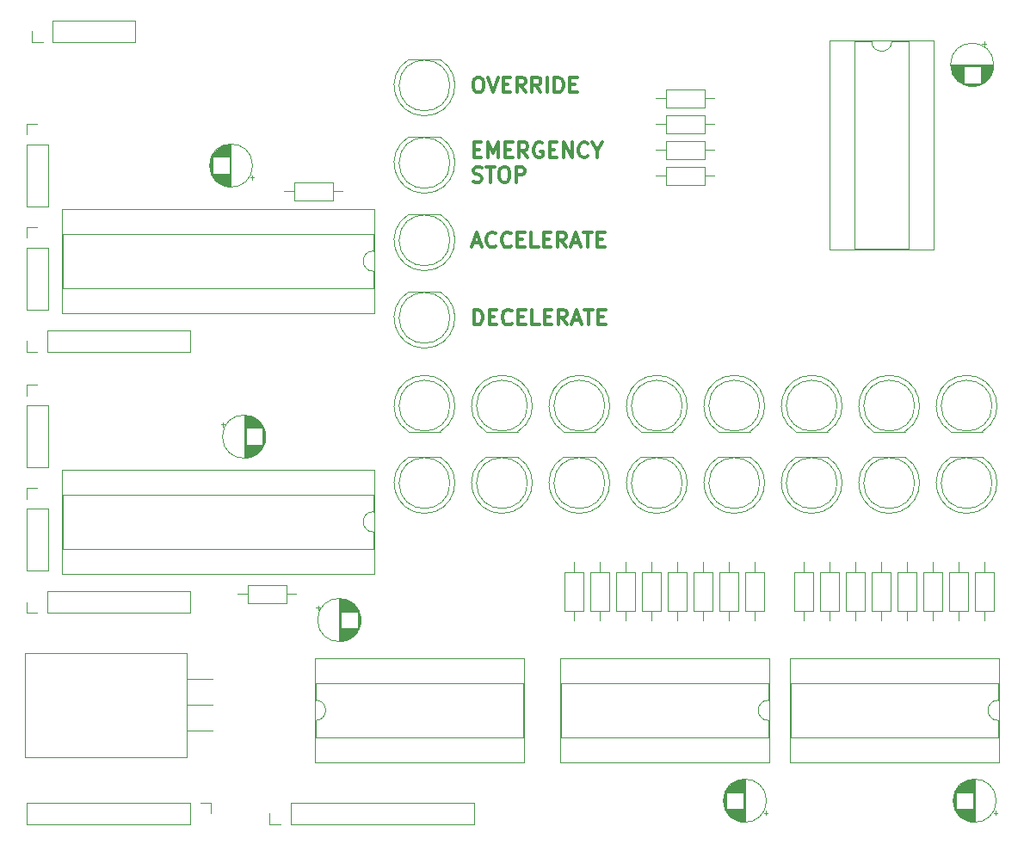
<source format=gto>
%TF.GenerationSoftware,KiCad,Pcbnew,7.0.8*%
%TF.CreationDate,2023-10-15T17:50:00-07:00*%
%TF.ProjectId,htpm_control_additional_info,6874706d-5f63-46f6-9e74-726f6c5f6164,1*%
%TF.SameCoordinates,Original*%
%TF.FileFunction,Legend,Top*%
%TF.FilePolarity,Positive*%
%FSLAX46Y46*%
G04 Gerber Fmt 4.6, Leading zero omitted, Abs format (unit mm)*
G04 Created by KiCad (PCBNEW 7.0.8) date 2023-10-15 17:50:00*
%MOMM*%
%LPD*%
G01*
G04 APERTURE LIST*
%ADD10C,0.300000*%
%ADD11C,0.120000*%
G04 APERTURE END LIST*
D10*
X138913082Y-72131757D02*
X139627368Y-72131757D01*
X138770225Y-72560328D02*
X139270225Y-71060328D01*
X139270225Y-71060328D02*
X139770225Y-72560328D01*
X141127367Y-72417471D02*
X141055939Y-72488900D01*
X141055939Y-72488900D02*
X140841653Y-72560328D01*
X140841653Y-72560328D02*
X140698796Y-72560328D01*
X140698796Y-72560328D02*
X140484510Y-72488900D01*
X140484510Y-72488900D02*
X140341653Y-72346042D01*
X140341653Y-72346042D02*
X140270224Y-72203185D01*
X140270224Y-72203185D02*
X140198796Y-71917471D01*
X140198796Y-71917471D02*
X140198796Y-71703185D01*
X140198796Y-71703185D02*
X140270224Y-71417471D01*
X140270224Y-71417471D02*
X140341653Y-71274614D01*
X140341653Y-71274614D02*
X140484510Y-71131757D01*
X140484510Y-71131757D02*
X140698796Y-71060328D01*
X140698796Y-71060328D02*
X140841653Y-71060328D01*
X140841653Y-71060328D02*
X141055939Y-71131757D01*
X141055939Y-71131757D02*
X141127367Y-71203185D01*
X142627367Y-72417471D02*
X142555939Y-72488900D01*
X142555939Y-72488900D02*
X142341653Y-72560328D01*
X142341653Y-72560328D02*
X142198796Y-72560328D01*
X142198796Y-72560328D02*
X141984510Y-72488900D01*
X141984510Y-72488900D02*
X141841653Y-72346042D01*
X141841653Y-72346042D02*
X141770224Y-72203185D01*
X141770224Y-72203185D02*
X141698796Y-71917471D01*
X141698796Y-71917471D02*
X141698796Y-71703185D01*
X141698796Y-71703185D02*
X141770224Y-71417471D01*
X141770224Y-71417471D02*
X141841653Y-71274614D01*
X141841653Y-71274614D02*
X141984510Y-71131757D01*
X141984510Y-71131757D02*
X142198796Y-71060328D01*
X142198796Y-71060328D02*
X142341653Y-71060328D01*
X142341653Y-71060328D02*
X142555939Y-71131757D01*
X142555939Y-71131757D02*
X142627367Y-71203185D01*
X143270224Y-71774614D02*
X143770224Y-71774614D01*
X143984510Y-72560328D02*
X143270224Y-72560328D01*
X143270224Y-72560328D02*
X143270224Y-71060328D01*
X143270224Y-71060328D02*
X143984510Y-71060328D01*
X145341653Y-72560328D02*
X144627367Y-72560328D01*
X144627367Y-72560328D02*
X144627367Y-71060328D01*
X145841653Y-71774614D02*
X146341653Y-71774614D01*
X146555939Y-72560328D02*
X145841653Y-72560328D01*
X145841653Y-72560328D02*
X145841653Y-71060328D01*
X145841653Y-71060328D02*
X146555939Y-71060328D01*
X148055939Y-72560328D02*
X147555939Y-71846042D01*
X147198796Y-72560328D02*
X147198796Y-71060328D01*
X147198796Y-71060328D02*
X147770225Y-71060328D01*
X147770225Y-71060328D02*
X147913082Y-71131757D01*
X147913082Y-71131757D02*
X147984511Y-71203185D01*
X147984511Y-71203185D02*
X148055939Y-71346042D01*
X148055939Y-71346042D02*
X148055939Y-71560328D01*
X148055939Y-71560328D02*
X147984511Y-71703185D01*
X147984511Y-71703185D02*
X147913082Y-71774614D01*
X147913082Y-71774614D02*
X147770225Y-71846042D01*
X147770225Y-71846042D02*
X147198796Y-71846042D01*
X148627368Y-72131757D02*
X149341654Y-72131757D01*
X148484511Y-72560328D02*
X148984511Y-71060328D01*
X148984511Y-71060328D02*
X149484511Y-72560328D01*
X149770225Y-71060328D02*
X150627368Y-71060328D01*
X150198796Y-72560328D02*
X150198796Y-71060328D01*
X151127367Y-71774614D02*
X151627367Y-71774614D01*
X151841653Y-72560328D02*
X151127367Y-72560328D01*
X151127367Y-72560328D02*
X151127367Y-71060328D01*
X151127367Y-71060328D02*
X151841653Y-71060328D01*
X138984510Y-80180328D02*
X138984510Y-78680328D01*
X138984510Y-78680328D02*
X139341653Y-78680328D01*
X139341653Y-78680328D02*
X139555939Y-78751757D01*
X139555939Y-78751757D02*
X139698796Y-78894614D01*
X139698796Y-78894614D02*
X139770225Y-79037471D01*
X139770225Y-79037471D02*
X139841653Y-79323185D01*
X139841653Y-79323185D02*
X139841653Y-79537471D01*
X139841653Y-79537471D02*
X139770225Y-79823185D01*
X139770225Y-79823185D02*
X139698796Y-79966042D01*
X139698796Y-79966042D02*
X139555939Y-80108900D01*
X139555939Y-80108900D02*
X139341653Y-80180328D01*
X139341653Y-80180328D02*
X138984510Y-80180328D01*
X140484510Y-79394614D02*
X140984510Y-79394614D01*
X141198796Y-80180328D02*
X140484510Y-80180328D01*
X140484510Y-80180328D02*
X140484510Y-78680328D01*
X140484510Y-78680328D02*
X141198796Y-78680328D01*
X142698796Y-80037471D02*
X142627368Y-80108900D01*
X142627368Y-80108900D02*
X142413082Y-80180328D01*
X142413082Y-80180328D02*
X142270225Y-80180328D01*
X142270225Y-80180328D02*
X142055939Y-80108900D01*
X142055939Y-80108900D02*
X141913082Y-79966042D01*
X141913082Y-79966042D02*
X141841653Y-79823185D01*
X141841653Y-79823185D02*
X141770225Y-79537471D01*
X141770225Y-79537471D02*
X141770225Y-79323185D01*
X141770225Y-79323185D02*
X141841653Y-79037471D01*
X141841653Y-79037471D02*
X141913082Y-78894614D01*
X141913082Y-78894614D02*
X142055939Y-78751757D01*
X142055939Y-78751757D02*
X142270225Y-78680328D01*
X142270225Y-78680328D02*
X142413082Y-78680328D01*
X142413082Y-78680328D02*
X142627368Y-78751757D01*
X142627368Y-78751757D02*
X142698796Y-78823185D01*
X143341653Y-79394614D02*
X143841653Y-79394614D01*
X144055939Y-80180328D02*
X143341653Y-80180328D01*
X143341653Y-80180328D02*
X143341653Y-78680328D01*
X143341653Y-78680328D02*
X144055939Y-78680328D01*
X145413082Y-80180328D02*
X144698796Y-80180328D01*
X144698796Y-80180328D02*
X144698796Y-78680328D01*
X145913082Y-79394614D02*
X146413082Y-79394614D01*
X146627368Y-80180328D02*
X145913082Y-80180328D01*
X145913082Y-80180328D02*
X145913082Y-78680328D01*
X145913082Y-78680328D02*
X146627368Y-78680328D01*
X148127368Y-80180328D02*
X147627368Y-79466042D01*
X147270225Y-80180328D02*
X147270225Y-78680328D01*
X147270225Y-78680328D02*
X147841654Y-78680328D01*
X147841654Y-78680328D02*
X147984511Y-78751757D01*
X147984511Y-78751757D02*
X148055940Y-78823185D01*
X148055940Y-78823185D02*
X148127368Y-78966042D01*
X148127368Y-78966042D02*
X148127368Y-79180328D01*
X148127368Y-79180328D02*
X148055940Y-79323185D01*
X148055940Y-79323185D02*
X147984511Y-79394614D01*
X147984511Y-79394614D02*
X147841654Y-79466042D01*
X147841654Y-79466042D02*
X147270225Y-79466042D01*
X148698797Y-79751757D02*
X149413083Y-79751757D01*
X148555940Y-80180328D02*
X149055940Y-78680328D01*
X149055940Y-78680328D02*
X149555940Y-80180328D01*
X149841654Y-78680328D02*
X150698797Y-78680328D01*
X150270225Y-80180328D02*
X150270225Y-78680328D01*
X151198796Y-79394614D02*
X151698796Y-79394614D01*
X151913082Y-80180328D02*
X151198796Y-80180328D01*
X151198796Y-80180328D02*
X151198796Y-78680328D01*
X151198796Y-78680328D02*
X151913082Y-78680328D01*
X138984510Y-62947114D02*
X139484510Y-62947114D01*
X139698796Y-63732828D02*
X138984510Y-63732828D01*
X138984510Y-63732828D02*
X138984510Y-62232828D01*
X138984510Y-62232828D02*
X139698796Y-62232828D01*
X140341653Y-63732828D02*
X140341653Y-62232828D01*
X140341653Y-62232828D02*
X140841653Y-63304257D01*
X140841653Y-63304257D02*
X141341653Y-62232828D01*
X141341653Y-62232828D02*
X141341653Y-63732828D01*
X142055939Y-62947114D02*
X142555939Y-62947114D01*
X142770225Y-63732828D02*
X142055939Y-63732828D01*
X142055939Y-63732828D02*
X142055939Y-62232828D01*
X142055939Y-62232828D02*
X142770225Y-62232828D01*
X144270225Y-63732828D02*
X143770225Y-63018542D01*
X143413082Y-63732828D02*
X143413082Y-62232828D01*
X143413082Y-62232828D02*
X143984511Y-62232828D01*
X143984511Y-62232828D02*
X144127368Y-62304257D01*
X144127368Y-62304257D02*
X144198797Y-62375685D01*
X144198797Y-62375685D02*
X144270225Y-62518542D01*
X144270225Y-62518542D02*
X144270225Y-62732828D01*
X144270225Y-62732828D02*
X144198797Y-62875685D01*
X144198797Y-62875685D02*
X144127368Y-62947114D01*
X144127368Y-62947114D02*
X143984511Y-63018542D01*
X143984511Y-63018542D02*
X143413082Y-63018542D01*
X145698797Y-62304257D02*
X145555940Y-62232828D01*
X145555940Y-62232828D02*
X145341654Y-62232828D01*
X145341654Y-62232828D02*
X145127368Y-62304257D01*
X145127368Y-62304257D02*
X144984511Y-62447114D01*
X144984511Y-62447114D02*
X144913082Y-62589971D01*
X144913082Y-62589971D02*
X144841654Y-62875685D01*
X144841654Y-62875685D02*
X144841654Y-63089971D01*
X144841654Y-63089971D02*
X144913082Y-63375685D01*
X144913082Y-63375685D02*
X144984511Y-63518542D01*
X144984511Y-63518542D02*
X145127368Y-63661400D01*
X145127368Y-63661400D02*
X145341654Y-63732828D01*
X145341654Y-63732828D02*
X145484511Y-63732828D01*
X145484511Y-63732828D02*
X145698797Y-63661400D01*
X145698797Y-63661400D02*
X145770225Y-63589971D01*
X145770225Y-63589971D02*
X145770225Y-63089971D01*
X145770225Y-63089971D02*
X145484511Y-63089971D01*
X146413082Y-62947114D02*
X146913082Y-62947114D01*
X147127368Y-63732828D02*
X146413082Y-63732828D01*
X146413082Y-63732828D02*
X146413082Y-62232828D01*
X146413082Y-62232828D02*
X147127368Y-62232828D01*
X147770225Y-63732828D02*
X147770225Y-62232828D01*
X147770225Y-62232828D02*
X148627368Y-63732828D01*
X148627368Y-63732828D02*
X148627368Y-62232828D01*
X150198797Y-63589971D02*
X150127369Y-63661400D01*
X150127369Y-63661400D02*
X149913083Y-63732828D01*
X149913083Y-63732828D02*
X149770226Y-63732828D01*
X149770226Y-63732828D02*
X149555940Y-63661400D01*
X149555940Y-63661400D02*
X149413083Y-63518542D01*
X149413083Y-63518542D02*
X149341654Y-63375685D01*
X149341654Y-63375685D02*
X149270226Y-63089971D01*
X149270226Y-63089971D02*
X149270226Y-62875685D01*
X149270226Y-62875685D02*
X149341654Y-62589971D01*
X149341654Y-62589971D02*
X149413083Y-62447114D01*
X149413083Y-62447114D02*
X149555940Y-62304257D01*
X149555940Y-62304257D02*
X149770226Y-62232828D01*
X149770226Y-62232828D02*
X149913083Y-62232828D01*
X149913083Y-62232828D02*
X150127369Y-62304257D01*
X150127369Y-62304257D02*
X150198797Y-62375685D01*
X151127369Y-63018542D02*
X151127369Y-63732828D01*
X150627369Y-62232828D02*
X151127369Y-63018542D01*
X151127369Y-63018542D02*
X151627369Y-62232828D01*
X138913082Y-66076400D02*
X139127368Y-66147828D01*
X139127368Y-66147828D02*
X139484510Y-66147828D01*
X139484510Y-66147828D02*
X139627368Y-66076400D01*
X139627368Y-66076400D02*
X139698796Y-66004971D01*
X139698796Y-66004971D02*
X139770225Y-65862114D01*
X139770225Y-65862114D02*
X139770225Y-65719257D01*
X139770225Y-65719257D02*
X139698796Y-65576400D01*
X139698796Y-65576400D02*
X139627368Y-65504971D01*
X139627368Y-65504971D02*
X139484510Y-65433542D01*
X139484510Y-65433542D02*
X139198796Y-65362114D01*
X139198796Y-65362114D02*
X139055939Y-65290685D01*
X139055939Y-65290685D02*
X138984510Y-65219257D01*
X138984510Y-65219257D02*
X138913082Y-65076400D01*
X138913082Y-65076400D02*
X138913082Y-64933542D01*
X138913082Y-64933542D02*
X138984510Y-64790685D01*
X138984510Y-64790685D02*
X139055939Y-64719257D01*
X139055939Y-64719257D02*
X139198796Y-64647828D01*
X139198796Y-64647828D02*
X139555939Y-64647828D01*
X139555939Y-64647828D02*
X139770225Y-64719257D01*
X140198796Y-64647828D02*
X141055939Y-64647828D01*
X140627367Y-66147828D02*
X140627367Y-64647828D01*
X141841653Y-64647828D02*
X142127367Y-64647828D01*
X142127367Y-64647828D02*
X142270224Y-64719257D01*
X142270224Y-64719257D02*
X142413081Y-64862114D01*
X142413081Y-64862114D02*
X142484510Y-65147828D01*
X142484510Y-65147828D02*
X142484510Y-65647828D01*
X142484510Y-65647828D02*
X142413081Y-65933542D01*
X142413081Y-65933542D02*
X142270224Y-66076400D01*
X142270224Y-66076400D02*
X142127367Y-66147828D01*
X142127367Y-66147828D02*
X141841653Y-66147828D01*
X141841653Y-66147828D02*
X141698796Y-66076400D01*
X141698796Y-66076400D02*
X141555938Y-65933542D01*
X141555938Y-65933542D02*
X141484510Y-65647828D01*
X141484510Y-65647828D02*
X141484510Y-65147828D01*
X141484510Y-65147828D02*
X141555938Y-64862114D01*
X141555938Y-64862114D02*
X141698796Y-64719257D01*
X141698796Y-64719257D02*
X141841653Y-64647828D01*
X143127367Y-66147828D02*
X143127367Y-64647828D01*
X143127367Y-64647828D02*
X143698796Y-64647828D01*
X143698796Y-64647828D02*
X143841653Y-64719257D01*
X143841653Y-64719257D02*
X143913082Y-64790685D01*
X143913082Y-64790685D02*
X143984510Y-64933542D01*
X143984510Y-64933542D02*
X143984510Y-65147828D01*
X143984510Y-65147828D02*
X143913082Y-65290685D01*
X143913082Y-65290685D02*
X143841653Y-65362114D01*
X143841653Y-65362114D02*
X143698796Y-65433542D01*
X143698796Y-65433542D02*
X143127367Y-65433542D01*
X139270225Y-55820328D02*
X139555939Y-55820328D01*
X139555939Y-55820328D02*
X139698796Y-55891757D01*
X139698796Y-55891757D02*
X139841653Y-56034614D01*
X139841653Y-56034614D02*
X139913082Y-56320328D01*
X139913082Y-56320328D02*
X139913082Y-56820328D01*
X139913082Y-56820328D02*
X139841653Y-57106042D01*
X139841653Y-57106042D02*
X139698796Y-57248900D01*
X139698796Y-57248900D02*
X139555939Y-57320328D01*
X139555939Y-57320328D02*
X139270225Y-57320328D01*
X139270225Y-57320328D02*
X139127368Y-57248900D01*
X139127368Y-57248900D02*
X138984510Y-57106042D01*
X138984510Y-57106042D02*
X138913082Y-56820328D01*
X138913082Y-56820328D02*
X138913082Y-56320328D01*
X138913082Y-56320328D02*
X138984510Y-56034614D01*
X138984510Y-56034614D02*
X139127368Y-55891757D01*
X139127368Y-55891757D02*
X139270225Y-55820328D01*
X140341654Y-55820328D02*
X140841654Y-57320328D01*
X140841654Y-57320328D02*
X141341654Y-55820328D01*
X141841653Y-56534614D02*
X142341653Y-56534614D01*
X142555939Y-57320328D02*
X141841653Y-57320328D01*
X141841653Y-57320328D02*
X141841653Y-55820328D01*
X141841653Y-55820328D02*
X142555939Y-55820328D01*
X144055939Y-57320328D02*
X143555939Y-56606042D01*
X143198796Y-57320328D02*
X143198796Y-55820328D01*
X143198796Y-55820328D02*
X143770225Y-55820328D01*
X143770225Y-55820328D02*
X143913082Y-55891757D01*
X143913082Y-55891757D02*
X143984511Y-55963185D01*
X143984511Y-55963185D02*
X144055939Y-56106042D01*
X144055939Y-56106042D02*
X144055939Y-56320328D01*
X144055939Y-56320328D02*
X143984511Y-56463185D01*
X143984511Y-56463185D02*
X143913082Y-56534614D01*
X143913082Y-56534614D02*
X143770225Y-56606042D01*
X143770225Y-56606042D02*
X143198796Y-56606042D01*
X145555939Y-57320328D02*
X145055939Y-56606042D01*
X144698796Y-57320328D02*
X144698796Y-55820328D01*
X144698796Y-55820328D02*
X145270225Y-55820328D01*
X145270225Y-55820328D02*
X145413082Y-55891757D01*
X145413082Y-55891757D02*
X145484511Y-55963185D01*
X145484511Y-55963185D02*
X145555939Y-56106042D01*
X145555939Y-56106042D02*
X145555939Y-56320328D01*
X145555939Y-56320328D02*
X145484511Y-56463185D01*
X145484511Y-56463185D02*
X145413082Y-56534614D01*
X145413082Y-56534614D02*
X145270225Y-56606042D01*
X145270225Y-56606042D02*
X144698796Y-56606042D01*
X146198796Y-57320328D02*
X146198796Y-55820328D01*
X146913082Y-57320328D02*
X146913082Y-55820328D01*
X146913082Y-55820328D02*
X147270225Y-55820328D01*
X147270225Y-55820328D02*
X147484511Y-55891757D01*
X147484511Y-55891757D02*
X147627368Y-56034614D01*
X147627368Y-56034614D02*
X147698797Y-56177471D01*
X147698797Y-56177471D02*
X147770225Y-56463185D01*
X147770225Y-56463185D02*
X147770225Y-56677471D01*
X147770225Y-56677471D02*
X147698797Y-56963185D01*
X147698797Y-56963185D02*
X147627368Y-57106042D01*
X147627368Y-57106042D02*
X147484511Y-57248900D01*
X147484511Y-57248900D02*
X147270225Y-57320328D01*
X147270225Y-57320328D02*
X146913082Y-57320328D01*
X148413082Y-56534614D02*
X148913082Y-56534614D01*
X149127368Y-57320328D02*
X148413082Y-57320328D01*
X148413082Y-57320328D02*
X148413082Y-55820328D01*
X148413082Y-55820328D02*
X149127368Y-55820328D01*
D11*
%TO.C,J3*%
X94952000Y-70568000D02*
X96012000Y-70568000D01*
X94952000Y-71628000D02*
X94952000Y-70568000D01*
X94952000Y-72628000D02*
X94952000Y-78688000D01*
X94952000Y-72628000D02*
X97072000Y-72628000D01*
X94952000Y-78688000D02*
X97072000Y-78688000D01*
X97072000Y-72628000D02*
X97072000Y-78688000D01*
%TO.C,D2*%
X135657000Y-61697000D02*
X132567000Y-61697000D01*
X134111538Y-67246999D02*
G75*
G03*
X135656830Y-61697001I462J2989999D01*
G01*
X132567170Y-61697000D02*
G75*
G03*
X134112462Y-67247000I1544830J-2560000D01*
G01*
X136612000Y-64257000D02*
G75*
G03*
X136612000Y-64257000I-2500000J0D01*
G01*
%TO.C,D13*%
X188997000Y-93198000D02*
X185907000Y-93198000D01*
X187451538Y-98747999D02*
G75*
G03*
X188996830Y-93198001I462J2989999D01*
G01*
X185907170Y-93198000D02*
G75*
G03*
X187452462Y-98748000I1544830J-2560000D01*
G01*
X189952000Y-95758000D02*
G75*
G03*
X189952000Y-95758000I-2500000J0D01*
G01*
%TO.C,R22*%
X121488000Y-106680000D02*
X120538000Y-106680000D01*
X120538000Y-107600000D02*
X120538000Y-105760000D01*
X120538000Y-105760000D02*
X116698000Y-105760000D01*
X116698000Y-107600000D02*
X120538000Y-107600000D01*
X116698000Y-105760000D02*
X116698000Y-107600000D01*
X115748000Y-106680000D02*
X116698000Y-106680000D01*
%TO.C,D17*%
X158517000Y-93198000D02*
X155427000Y-93198000D01*
X156971538Y-98747999D02*
G75*
G03*
X158516830Y-93198001I462J2989999D01*
G01*
X155427170Y-93198000D02*
G75*
G03*
X156972462Y-98748000I1544830J-2560000D01*
G01*
X159472000Y-95758000D02*
G75*
G03*
X159472000Y-95758000I-2500000J0D01*
G01*
%TO.C,D18*%
X150897000Y-93198000D02*
X147807000Y-93198000D01*
X149351538Y-98747999D02*
G75*
G03*
X150896830Y-93198001I462J2989999D01*
G01*
X147807170Y-93198000D02*
G75*
G03*
X149352462Y-98748000I1544830J-2560000D01*
G01*
X151852000Y-95758000D02*
G75*
G03*
X151852000Y-95758000I-2500000J0D01*
G01*
%TO.C,R8*%
X159004000Y-109296000D02*
X159004000Y-108346000D01*
X158084000Y-108346000D02*
X159924000Y-108346000D01*
X159924000Y-108346000D02*
X159924000Y-104506000D01*
X158084000Y-104506000D02*
X158084000Y-108346000D01*
X159924000Y-104506000D02*
X158084000Y-104506000D01*
X159004000Y-103556000D02*
X159004000Y-104506000D01*
%TO.C,C4*%
X189189000Y-52324199D02*
X189189000Y-52724199D01*
X189389000Y-52524199D02*
X188989000Y-52524199D01*
X190074000Y-54594000D02*
X185914000Y-54594000D01*
X190074000Y-54634000D02*
X185914000Y-54634000D01*
X190073000Y-54674000D02*
X185915000Y-54674000D01*
X190071000Y-54714000D02*
X185917000Y-54714000D01*
X190068000Y-54754000D02*
X185920000Y-54754000D01*
X190065000Y-54794000D02*
X188834000Y-54794000D01*
X187154000Y-54794000D02*
X185923000Y-54794000D01*
X190061000Y-54834000D02*
X188834000Y-54834000D01*
X187154000Y-54834000D02*
X185927000Y-54834000D01*
X190056000Y-54874000D02*
X188834000Y-54874000D01*
X187154000Y-54874000D02*
X185932000Y-54874000D01*
X190050000Y-54914000D02*
X188834000Y-54914000D01*
X187154000Y-54914000D02*
X185938000Y-54914000D01*
X190044000Y-54954000D02*
X188834000Y-54954000D01*
X187154000Y-54954000D02*
X185944000Y-54954000D01*
X190036000Y-54994000D02*
X188834000Y-54994000D01*
X187154000Y-54994000D02*
X185952000Y-54994000D01*
X190028000Y-55034000D02*
X188834000Y-55034000D01*
X187154000Y-55034000D02*
X185960000Y-55034000D01*
X190019000Y-55074000D02*
X188834000Y-55074000D01*
X187154000Y-55074000D02*
X185969000Y-55074000D01*
X190010000Y-55114000D02*
X188834000Y-55114000D01*
X187154000Y-55114000D02*
X185978000Y-55114000D01*
X189999000Y-55154000D02*
X188834000Y-55154000D01*
X187154000Y-55154000D02*
X185989000Y-55154000D01*
X189988000Y-55194000D02*
X188834000Y-55194000D01*
X187154000Y-55194000D02*
X186000000Y-55194000D01*
X189976000Y-55234000D02*
X188834000Y-55234000D01*
X187154000Y-55234000D02*
X186012000Y-55234000D01*
X189962000Y-55274000D02*
X188834000Y-55274000D01*
X187154000Y-55274000D02*
X186026000Y-55274000D01*
X189948000Y-55315000D02*
X188834000Y-55315000D01*
X187154000Y-55315000D02*
X186040000Y-55315000D01*
X189934000Y-55355000D02*
X188834000Y-55355000D01*
X187154000Y-55355000D02*
X186054000Y-55355000D01*
X189918000Y-55395000D02*
X188834000Y-55395000D01*
X187154000Y-55395000D02*
X186070000Y-55395000D01*
X189901000Y-55435000D02*
X188834000Y-55435000D01*
X187154000Y-55435000D02*
X186087000Y-55435000D01*
X189883000Y-55475000D02*
X188834000Y-55475000D01*
X187154000Y-55475000D02*
X186105000Y-55475000D01*
X189864000Y-55515000D02*
X188834000Y-55515000D01*
X187154000Y-55515000D02*
X186124000Y-55515000D01*
X189845000Y-55555000D02*
X188834000Y-55555000D01*
X187154000Y-55555000D02*
X186143000Y-55555000D01*
X189824000Y-55595000D02*
X188834000Y-55595000D01*
X187154000Y-55595000D02*
X186164000Y-55595000D01*
X189802000Y-55635000D02*
X188834000Y-55635000D01*
X187154000Y-55635000D02*
X186186000Y-55635000D01*
X189779000Y-55675000D02*
X188834000Y-55675000D01*
X187154000Y-55675000D02*
X186209000Y-55675000D01*
X189754000Y-55715000D02*
X188834000Y-55715000D01*
X187154000Y-55715000D02*
X186234000Y-55715000D01*
X189729000Y-55755000D02*
X188834000Y-55755000D01*
X187154000Y-55755000D02*
X186259000Y-55755000D01*
X189702000Y-55795000D02*
X188834000Y-55795000D01*
X187154000Y-55795000D02*
X186286000Y-55795000D01*
X189674000Y-55835000D02*
X188834000Y-55835000D01*
X187154000Y-55835000D02*
X186314000Y-55835000D01*
X189644000Y-55875000D02*
X188834000Y-55875000D01*
X187154000Y-55875000D02*
X186344000Y-55875000D01*
X189613000Y-55915000D02*
X188834000Y-55915000D01*
X187154000Y-55915000D02*
X186375000Y-55915000D01*
X189581000Y-55955000D02*
X188834000Y-55955000D01*
X187154000Y-55955000D02*
X186407000Y-55955000D01*
X189546000Y-55995000D02*
X188834000Y-55995000D01*
X187154000Y-55995000D02*
X186442000Y-55995000D01*
X189510000Y-56035000D02*
X188834000Y-56035000D01*
X187154000Y-56035000D02*
X186478000Y-56035000D01*
X189472000Y-56075000D02*
X188834000Y-56075000D01*
X187154000Y-56075000D02*
X186516000Y-56075000D01*
X189432000Y-56115000D02*
X188834000Y-56115000D01*
X187154000Y-56115000D02*
X186556000Y-56115000D01*
X189390000Y-56155000D02*
X188834000Y-56155000D01*
X187154000Y-56155000D02*
X186598000Y-56155000D01*
X189345000Y-56195000D02*
X188834000Y-56195000D01*
X187154000Y-56195000D02*
X186643000Y-56195000D01*
X189298000Y-56235000D02*
X188834000Y-56235000D01*
X187154000Y-56235000D02*
X186690000Y-56235000D01*
X189248000Y-56275000D02*
X188834000Y-56275000D01*
X187154000Y-56275000D02*
X186740000Y-56275000D01*
X189194000Y-56315000D02*
X188834000Y-56315000D01*
X187154000Y-56315000D02*
X186794000Y-56315000D01*
X189136000Y-56355000D02*
X188834000Y-56355000D01*
X187154000Y-56355000D02*
X186852000Y-56355000D01*
X189074000Y-56395000D02*
X188834000Y-56395000D01*
X187154000Y-56395000D02*
X186914000Y-56395000D01*
X189007000Y-56435000D02*
X186981000Y-56435000D01*
X188934000Y-56475000D02*
X187054000Y-56475000D01*
X188853000Y-56515000D02*
X187135000Y-56515000D01*
X188762000Y-56555000D02*
X187226000Y-56555000D01*
X188658000Y-56595000D02*
X187330000Y-56595000D01*
X188531000Y-56635000D02*
X187457000Y-56635000D01*
X188364000Y-56675000D02*
X187624000Y-56675000D01*
X190114000Y-54594000D02*
G75*
G03*
X190114000Y-54594000I-2120000J0D01*
G01*
%TO.C,R13*%
X189230000Y-109296000D02*
X189230000Y-108346000D01*
X188310000Y-108346000D02*
X190150000Y-108346000D01*
X190150000Y-108346000D02*
X190150000Y-104506000D01*
X188310000Y-104506000D02*
X188310000Y-108346000D01*
X190150000Y-104506000D02*
X188310000Y-104506000D01*
X189230000Y-103556000D02*
X189230000Y-104506000D01*
%TO.C,U3*%
X168024000Y-112980000D02*
X147464000Y-112980000D01*
X147464000Y-112980000D02*
X147464000Y-123260000D01*
X167964000Y-115470000D02*
X147524000Y-115470000D01*
X147524000Y-115470000D02*
X147524000Y-120770000D01*
X167964000Y-117120000D02*
X167964000Y-115470000D01*
X167964000Y-120770000D02*
X167964000Y-119120000D01*
X147524000Y-120770000D02*
X167964000Y-120770000D01*
X168024000Y-123260000D02*
X168024000Y-112980000D01*
X147464000Y-123260000D02*
X168024000Y-123260000D01*
X167964000Y-117120000D02*
G75*
G03*
X167964000Y-119120000I0J-1000000D01*
G01*
%TO.C,D19*%
X143277000Y-93198000D02*
X140187000Y-93198000D01*
X141731538Y-98747999D02*
G75*
G03*
X143276830Y-93198001I462J2989999D01*
G01*
X140187170Y-93198000D02*
G75*
G03*
X141732462Y-98748000I1544830J-2560000D01*
G01*
X144232000Y-95758000D02*
G75*
G03*
X144232000Y-95758000I-2500000J0D01*
G01*
%TO.C,D20*%
X135657000Y-93198000D02*
X132567000Y-93198000D01*
X134111538Y-98747999D02*
G75*
G03*
X135656830Y-93198001I462J2989999D01*
G01*
X132567170Y-93198000D02*
G75*
G03*
X134112462Y-98748000I1544830J-2560000D01*
G01*
X136612000Y-95758000D02*
G75*
G03*
X136612000Y-95758000I-2500000J0D01*
G01*
%TO.C,D3*%
X135657000Y-69317000D02*
X132567000Y-69317000D01*
X134111538Y-74866999D02*
G75*
G03*
X135656830Y-69317001I462J2989999D01*
G01*
X132567170Y-69317000D02*
G75*
G03*
X134112462Y-74867000I1544830J-2560000D01*
G01*
X136612000Y-71877000D02*
G75*
G03*
X136612000Y-71877000I-2500000J0D01*
G01*
%TO.C,U2*%
X190630000Y-112980000D02*
X170070000Y-112980000D01*
X170070000Y-112980000D02*
X170070000Y-123260000D01*
X190570000Y-115470000D02*
X170130000Y-115470000D01*
X170130000Y-115470000D02*
X170130000Y-120770000D01*
X190570000Y-117120000D02*
X190570000Y-115470000D01*
X190570000Y-120770000D02*
X190570000Y-119120000D01*
X170130000Y-120770000D02*
X190570000Y-120770000D01*
X190630000Y-123260000D02*
X190630000Y-112980000D01*
X170070000Y-123260000D02*
X190630000Y-123260000D01*
X190570000Y-117120000D02*
G75*
G03*
X190570000Y-119120000I0J-1000000D01*
G01*
%TO.C,D12*%
X132567000Y-90698000D02*
X135657000Y-90698000D01*
X134112462Y-85148001D02*
G75*
G03*
X132567170Y-90697999I-462J-2989999D01*
G01*
X135656830Y-90698000D02*
G75*
G03*
X134111538Y-85148000I-1544830J2560000D01*
G01*
X136612000Y-88138000D02*
G75*
G03*
X136612000Y-88138000I-2500000J0D01*
G01*
%TO.C,R1*%
X162636000Y-57912000D02*
X161686000Y-57912000D01*
X161686000Y-58832000D02*
X161686000Y-56992000D01*
X161686000Y-56992000D02*
X157846000Y-56992000D01*
X157846000Y-58832000D02*
X161686000Y-58832000D01*
X157846000Y-56992000D02*
X157846000Y-58832000D01*
X156896000Y-57912000D02*
X157846000Y-57912000D01*
%TO.C,J1*%
X118862000Y-129330000D02*
X118862000Y-128270000D01*
X119922000Y-129330000D02*
X118862000Y-129330000D01*
X120922000Y-129330000D02*
X138982000Y-129330000D01*
X120922000Y-129330000D02*
X120922000Y-127210000D01*
X138982000Y-129330000D02*
X138982000Y-127210000D01*
X120922000Y-127210000D02*
X138982000Y-127210000D01*
%TO.C,R12*%
X148844000Y-109296000D02*
X148844000Y-108346000D01*
X147924000Y-108346000D02*
X149764000Y-108346000D01*
X149764000Y-108346000D02*
X149764000Y-104506000D01*
X147924000Y-104506000D02*
X147924000Y-108346000D01*
X149764000Y-104506000D02*
X147924000Y-104506000D01*
X148844000Y-103556000D02*
X148844000Y-104506000D01*
%TO.C,C1*%
X190509801Y-128205000D02*
X190109801Y-128205000D01*
X190309801Y-128405000D02*
X190309801Y-128005000D01*
X188240000Y-129090000D02*
X188240000Y-124930000D01*
X188200000Y-129090000D02*
X188200000Y-124930000D01*
X188160000Y-129089000D02*
X188160000Y-124931000D01*
X188120000Y-129087000D02*
X188120000Y-124933000D01*
X188080000Y-129084000D02*
X188080000Y-124936000D01*
X188040000Y-129081000D02*
X188040000Y-127850000D01*
X188040000Y-126170000D02*
X188040000Y-124939000D01*
X188000000Y-129077000D02*
X188000000Y-127850000D01*
X188000000Y-126170000D02*
X188000000Y-124943000D01*
X187960000Y-129072000D02*
X187960000Y-127850000D01*
X187960000Y-126170000D02*
X187960000Y-124948000D01*
X187920000Y-129066000D02*
X187920000Y-127850000D01*
X187920000Y-126170000D02*
X187920000Y-124954000D01*
X187880000Y-129060000D02*
X187880000Y-127850000D01*
X187880000Y-126170000D02*
X187880000Y-124960000D01*
X187840000Y-129052000D02*
X187840000Y-127850000D01*
X187840000Y-126170000D02*
X187840000Y-124968000D01*
X187800000Y-129044000D02*
X187800000Y-127850000D01*
X187800000Y-126170000D02*
X187800000Y-124976000D01*
X187760000Y-129035000D02*
X187760000Y-127850000D01*
X187760000Y-126170000D02*
X187760000Y-124985000D01*
X187720000Y-129026000D02*
X187720000Y-127850000D01*
X187720000Y-126170000D02*
X187720000Y-124994000D01*
X187680000Y-129015000D02*
X187680000Y-127850000D01*
X187680000Y-126170000D02*
X187680000Y-125005000D01*
X187640000Y-129004000D02*
X187640000Y-127850000D01*
X187640000Y-126170000D02*
X187640000Y-125016000D01*
X187600000Y-128992000D02*
X187600000Y-127850000D01*
X187600000Y-126170000D02*
X187600000Y-125028000D01*
X187560000Y-128978000D02*
X187560000Y-127850000D01*
X187560000Y-126170000D02*
X187560000Y-125042000D01*
X187519000Y-128964000D02*
X187519000Y-127850000D01*
X187519000Y-126170000D02*
X187519000Y-125056000D01*
X187479000Y-128950000D02*
X187479000Y-127850000D01*
X187479000Y-126170000D02*
X187479000Y-125070000D01*
X187439000Y-128934000D02*
X187439000Y-127850000D01*
X187439000Y-126170000D02*
X187439000Y-125086000D01*
X187399000Y-128917000D02*
X187399000Y-127850000D01*
X187399000Y-126170000D02*
X187399000Y-125103000D01*
X187359000Y-128899000D02*
X187359000Y-127850000D01*
X187359000Y-126170000D02*
X187359000Y-125121000D01*
X187319000Y-128880000D02*
X187319000Y-127850000D01*
X187319000Y-126170000D02*
X187319000Y-125140000D01*
X187279000Y-128861000D02*
X187279000Y-127850000D01*
X187279000Y-126170000D02*
X187279000Y-125159000D01*
X187239000Y-128840000D02*
X187239000Y-127850000D01*
X187239000Y-126170000D02*
X187239000Y-125180000D01*
X187199000Y-128818000D02*
X187199000Y-127850000D01*
X187199000Y-126170000D02*
X187199000Y-125202000D01*
X187159000Y-128795000D02*
X187159000Y-127850000D01*
X187159000Y-126170000D02*
X187159000Y-125225000D01*
X187119000Y-128770000D02*
X187119000Y-127850000D01*
X187119000Y-126170000D02*
X187119000Y-125250000D01*
X187079000Y-128745000D02*
X187079000Y-127850000D01*
X187079000Y-126170000D02*
X187079000Y-125275000D01*
X187039000Y-128718000D02*
X187039000Y-127850000D01*
X187039000Y-126170000D02*
X187039000Y-125302000D01*
X186999000Y-128690000D02*
X186999000Y-127850000D01*
X186999000Y-126170000D02*
X186999000Y-125330000D01*
X186959000Y-128660000D02*
X186959000Y-127850000D01*
X186959000Y-126170000D02*
X186959000Y-125360000D01*
X186919000Y-128629000D02*
X186919000Y-127850000D01*
X186919000Y-126170000D02*
X186919000Y-125391000D01*
X186879000Y-128597000D02*
X186879000Y-127850000D01*
X186879000Y-126170000D02*
X186879000Y-125423000D01*
X186839000Y-128562000D02*
X186839000Y-127850000D01*
X186839000Y-126170000D02*
X186839000Y-125458000D01*
X186799000Y-128526000D02*
X186799000Y-127850000D01*
X186799000Y-126170000D02*
X186799000Y-125494000D01*
X186759000Y-128488000D02*
X186759000Y-127850000D01*
X186759000Y-126170000D02*
X186759000Y-125532000D01*
X186719000Y-128448000D02*
X186719000Y-127850000D01*
X186719000Y-126170000D02*
X186719000Y-125572000D01*
X186679000Y-128406000D02*
X186679000Y-127850000D01*
X186679000Y-126170000D02*
X186679000Y-125614000D01*
X186639000Y-128361000D02*
X186639000Y-127850000D01*
X186639000Y-126170000D02*
X186639000Y-125659000D01*
X186599000Y-128314000D02*
X186599000Y-127850000D01*
X186599000Y-126170000D02*
X186599000Y-125706000D01*
X186559000Y-128264000D02*
X186559000Y-127850000D01*
X186559000Y-126170000D02*
X186559000Y-125756000D01*
X186519000Y-128210000D02*
X186519000Y-127850000D01*
X186519000Y-126170000D02*
X186519000Y-125810000D01*
X186479000Y-128152000D02*
X186479000Y-127850000D01*
X186479000Y-126170000D02*
X186479000Y-125868000D01*
X186439000Y-128090000D02*
X186439000Y-127850000D01*
X186439000Y-126170000D02*
X186439000Y-125930000D01*
X186399000Y-128023000D02*
X186399000Y-125997000D01*
X186359000Y-127950000D02*
X186359000Y-126070000D01*
X186319000Y-127869000D02*
X186319000Y-126151000D01*
X186279000Y-127778000D02*
X186279000Y-126242000D01*
X186239000Y-127674000D02*
X186239000Y-126346000D01*
X186199000Y-127547000D02*
X186199000Y-126473000D01*
X186159000Y-127380000D02*
X186159000Y-126640000D01*
X190360000Y-127010000D02*
G75*
G03*
X190360000Y-127010000I-2120000J0D01*
G01*
%TO.C,R21*%
X120320000Y-67056000D02*
X121270000Y-67056000D01*
X121270000Y-66136000D02*
X121270000Y-67976000D01*
X121270000Y-67976000D02*
X125110000Y-67976000D01*
X125110000Y-66136000D02*
X121270000Y-66136000D01*
X125110000Y-67976000D02*
X125110000Y-66136000D01*
X126060000Y-67056000D02*
X125110000Y-67056000D01*
%TO.C,U1*%
X94806000Y-122722000D02*
X110696000Y-122722000D01*
X94806000Y-122722000D02*
X94806000Y-112482000D01*
X110696000Y-122722000D02*
X110696000Y-112482000D01*
X110696000Y-120142000D02*
X113236000Y-120142000D01*
X110696000Y-117602000D02*
X113236000Y-117602000D01*
X110696000Y-115062000D02*
X113236000Y-115062000D01*
X94806000Y-112482000D02*
X110696000Y-112482000D01*
%TO.C,R10*%
X153924000Y-109296000D02*
X153924000Y-108346000D01*
X153004000Y-108346000D02*
X154844000Y-108346000D01*
X154844000Y-108346000D02*
X154844000Y-104506000D01*
X153004000Y-104506000D02*
X153004000Y-108346000D01*
X154844000Y-104506000D02*
X153004000Y-104506000D01*
X153924000Y-103556000D02*
X153924000Y-104506000D01*
%TO.C,C2*%
X167903801Y-128205000D02*
X167503801Y-128205000D01*
X167703801Y-128405000D02*
X167703801Y-128005000D01*
X165634000Y-129090000D02*
X165634000Y-124930000D01*
X165594000Y-129090000D02*
X165594000Y-124930000D01*
X165554000Y-129089000D02*
X165554000Y-124931000D01*
X165514000Y-129087000D02*
X165514000Y-124933000D01*
X165474000Y-129084000D02*
X165474000Y-124936000D01*
X165434000Y-129081000D02*
X165434000Y-127850000D01*
X165434000Y-126170000D02*
X165434000Y-124939000D01*
X165394000Y-129077000D02*
X165394000Y-127850000D01*
X165394000Y-126170000D02*
X165394000Y-124943000D01*
X165354000Y-129072000D02*
X165354000Y-127850000D01*
X165354000Y-126170000D02*
X165354000Y-124948000D01*
X165314000Y-129066000D02*
X165314000Y-127850000D01*
X165314000Y-126170000D02*
X165314000Y-124954000D01*
X165274000Y-129060000D02*
X165274000Y-127850000D01*
X165274000Y-126170000D02*
X165274000Y-124960000D01*
X165234000Y-129052000D02*
X165234000Y-127850000D01*
X165234000Y-126170000D02*
X165234000Y-124968000D01*
X165194000Y-129044000D02*
X165194000Y-127850000D01*
X165194000Y-126170000D02*
X165194000Y-124976000D01*
X165154000Y-129035000D02*
X165154000Y-127850000D01*
X165154000Y-126170000D02*
X165154000Y-124985000D01*
X165114000Y-129026000D02*
X165114000Y-127850000D01*
X165114000Y-126170000D02*
X165114000Y-124994000D01*
X165074000Y-129015000D02*
X165074000Y-127850000D01*
X165074000Y-126170000D02*
X165074000Y-125005000D01*
X165034000Y-129004000D02*
X165034000Y-127850000D01*
X165034000Y-126170000D02*
X165034000Y-125016000D01*
X164994000Y-128992000D02*
X164994000Y-127850000D01*
X164994000Y-126170000D02*
X164994000Y-125028000D01*
X164954000Y-128978000D02*
X164954000Y-127850000D01*
X164954000Y-126170000D02*
X164954000Y-125042000D01*
X164913000Y-128964000D02*
X164913000Y-127850000D01*
X164913000Y-126170000D02*
X164913000Y-125056000D01*
X164873000Y-128950000D02*
X164873000Y-127850000D01*
X164873000Y-126170000D02*
X164873000Y-125070000D01*
X164833000Y-128934000D02*
X164833000Y-127850000D01*
X164833000Y-126170000D02*
X164833000Y-125086000D01*
X164793000Y-128917000D02*
X164793000Y-127850000D01*
X164793000Y-126170000D02*
X164793000Y-125103000D01*
X164753000Y-128899000D02*
X164753000Y-127850000D01*
X164753000Y-126170000D02*
X164753000Y-125121000D01*
X164713000Y-128880000D02*
X164713000Y-127850000D01*
X164713000Y-126170000D02*
X164713000Y-125140000D01*
X164673000Y-128861000D02*
X164673000Y-127850000D01*
X164673000Y-126170000D02*
X164673000Y-125159000D01*
X164633000Y-128840000D02*
X164633000Y-127850000D01*
X164633000Y-126170000D02*
X164633000Y-125180000D01*
X164593000Y-128818000D02*
X164593000Y-127850000D01*
X164593000Y-126170000D02*
X164593000Y-125202000D01*
X164553000Y-128795000D02*
X164553000Y-127850000D01*
X164553000Y-126170000D02*
X164553000Y-125225000D01*
X164513000Y-128770000D02*
X164513000Y-127850000D01*
X164513000Y-126170000D02*
X164513000Y-125250000D01*
X164473000Y-128745000D02*
X164473000Y-127850000D01*
X164473000Y-126170000D02*
X164473000Y-125275000D01*
X164433000Y-128718000D02*
X164433000Y-127850000D01*
X164433000Y-126170000D02*
X164433000Y-125302000D01*
X164393000Y-128690000D02*
X164393000Y-127850000D01*
X164393000Y-126170000D02*
X164393000Y-125330000D01*
X164353000Y-128660000D02*
X164353000Y-127850000D01*
X164353000Y-126170000D02*
X164353000Y-125360000D01*
X164313000Y-128629000D02*
X164313000Y-127850000D01*
X164313000Y-126170000D02*
X164313000Y-125391000D01*
X164273000Y-128597000D02*
X164273000Y-127850000D01*
X164273000Y-126170000D02*
X164273000Y-125423000D01*
X164233000Y-128562000D02*
X164233000Y-127850000D01*
X164233000Y-126170000D02*
X164233000Y-125458000D01*
X164193000Y-128526000D02*
X164193000Y-127850000D01*
X164193000Y-126170000D02*
X164193000Y-125494000D01*
X164153000Y-128488000D02*
X164153000Y-127850000D01*
X164153000Y-126170000D02*
X164153000Y-125532000D01*
X164113000Y-128448000D02*
X164113000Y-127850000D01*
X164113000Y-126170000D02*
X164113000Y-125572000D01*
X164073000Y-128406000D02*
X164073000Y-127850000D01*
X164073000Y-126170000D02*
X164073000Y-125614000D01*
X164033000Y-128361000D02*
X164033000Y-127850000D01*
X164033000Y-126170000D02*
X164033000Y-125659000D01*
X163993000Y-128314000D02*
X163993000Y-127850000D01*
X163993000Y-126170000D02*
X163993000Y-125706000D01*
X163953000Y-128264000D02*
X163953000Y-127850000D01*
X163953000Y-126170000D02*
X163953000Y-125756000D01*
X163913000Y-128210000D02*
X163913000Y-127850000D01*
X163913000Y-126170000D02*
X163913000Y-125810000D01*
X163873000Y-128152000D02*
X163873000Y-127850000D01*
X163873000Y-126170000D02*
X163873000Y-125868000D01*
X163833000Y-128090000D02*
X163833000Y-127850000D01*
X163833000Y-126170000D02*
X163833000Y-125930000D01*
X163793000Y-128023000D02*
X163793000Y-125997000D01*
X163753000Y-127950000D02*
X163753000Y-126070000D01*
X163713000Y-127869000D02*
X163713000Y-126151000D01*
X163673000Y-127778000D02*
X163673000Y-126242000D01*
X163633000Y-127674000D02*
X163633000Y-126346000D01*
X163593000Y-127547000D02*
X163593000Y-126473000D01*
X163553000Y-127380000D02*
X163553000Y-126640000D01*
X167754000Y-127010000D02*
G75*
G03*
X167754000Y-127010000I-2120000J0D01*
G01*
%TO.C,J2*%
X94952000Y-60408000D02*
X96012000Y-60408000D01*
X94952000Y-61468000D02*
X94952000Y-60408000D01*
X94952000Y-62468000D02*
X94952000Y-68528000D01*
X94952000Y-62468000D02*
X97072000Y-62468000D01*
X94952000Y-68528000D02*
X97072000Y-68528000D01*
X97072000Y-62468000D02*
X97072000Y-68528000D01*
%TO.C,R11*%
X151384000Y-109296000D02*
X151384000Y-108346000D01*
X150464000Y-108346000D02*
X152304000Y-108346000D01*
X152304000Y-108346000D02*
X152304000Y-104506000D01*
X150464000Y-104506000D02*
X150464000Y-108346000D01*
X152304000Y-104506000D02*
X150464000Y-104506000D01*
X151384000Y-103556000D02*
X151384000Y-104506000D01*
%TO.C,R17*%
X179070000Y-109296000D02*
X179070000Y-108346000D01*
X178150000Y-108346000D02*
X179990000Y-108346000D01*
X179990000Y-108346000D02*
X179990000Y-104506000D01*
X178150000Y-104506000D02*
X178150000Y-108346000D01*
X179990000Y-104506000D02*
X178150000Y-104506000D01*
X179070000Y-103556000D02*
X179070000Y-104506000D01*
%TO.C,D10*%
X147807000Y-90698000D02*
X150897000Y-90698000D01*
X149352462Y-85148001D02*
G75*
G03*
X147807170Y-90697999I-462J-2989999D01*
G01*
X150896830Y-90698000D02*
G75*
G03*
X149351538Y-85148000I-1544830J2560000D01*
G01*
X151852000Y-88138000D02*
G75*
G03*
X151852000Y-88138000I-2500000J0D01*
G01*
%TO.C,C6*%
X114089600Y-89991000D02*
X114489600Y-89991000D01*
X114289600Y-89791000D02*
X114289600Y-90191000D01*
X116359401Y-89106000D02*
X116359401Y-93266000D01*
X116399401Y-89106000D02*
X116399401Y-93266000D01*
X116439401Y-89107000D02*
X116439401Y-93265000D01*
X116479401Y-89109000D02*
X116479401Y-93263000D01*
X116519401Y-89112000D02*
X116519401Y-93260000D01*
X116559401Y-89115000D02*
X116559401Y-90346000D01*
X116559401Y-92026000D02*
X116559401Y-93257000D01*
X116599401Y-89119000D02*
X116599401Y-90346000D01*
X116599401Y-92026000D02*
X116599401Y-93253000D01*
X116639401Y-89124000D02*
X116639401Y-90346000D01*
X116639401Y-92026000D02*
X116639401Y-93248000D01*
X116679401Y-89130000D02*
X116679401Y-90346000D01*
X116679401Y-92026000D02*
X116679401Y-93242000D01*
X116719401Y-89136000D02*
X116719401Y-90346000D01*
X116719401Y-92026000D02*
X116719401Y-93236000D01*
X116759401Y-89144000D02*
X116759401Y-90346000D01*
X116759401Y-92026000D02*
X116759401Y-93228000D01*
X116799401Y-89152000D02*
X116799401Y-90346000D01*
X116799401Y-92026000D02*
X116799401Y-93220000D01*
X116839401Y-89161000D02*
X116839401Y-90346000D01*
X116839401Y-92026000D02*
X116839401Y-93211000D01*
X116879401Y-89170000D02*
X116879401Y-90346000D01*
X116879401Y-92026000D02*
X116879401Y-93202000D01*
X116919401Y-89181000D02*
X116919401Y-90346000D01*
X116919401Y-92026000D02*
X116919401Y-93191000D01*
X116959401Y-89192000D02*
X116959401Y-90346000D01*
X116959401Y-92026000D02*
X116959401Y-93180000D01*
X116999401Y-89204000D02*
X116999401Y-90346000D01*
X116999401Y-92026000D02*
X116999401Y-93168000D01*
X117039401Y-89218000D02*
X117039401Y-90346000D01*
X117039401Y-92026000D02*
X117039401Y-93154000D01*
X117080401Y-89232000D02*
X117080401Y-90346000D01*
X117080401Y-92026000D02*
X117080401Y-93140000D01*
X117120401Y-89246000D02*
X117120401Y-90346000D01*
X117120401Y-92026000D02*
X117120401Y-93126000D01*
X117160401Y-89262000D02*
X117160401Y-90346000D01*
X117160401Y-92026000D02*
X117160401Y-93110000D01*
X117200401Y-89279000D02*
X117200401Y-90346000D01*
X117200401Y-92026000D02*
X117200401Y-93093000D01*
X117240401Y-89297000D02*
X117240401Y-90346000D01*
X117240401Y-92026000D02*
X117240401Y-93075000D01*
X117280401Y-89316000D02*
X117280401Y-90346000D01*
X117280401Y-92026000D02*
X117280401Y-93056000D01*
X117320401Y-89335000D02*
X117320401Y-90346000D01*
X117320401Y-92026000D02*
X117320401Y-93037000D01*
X117360401Y-89356000D02*
X117360401Y-90346000D01*
X117360401Y-92026000D02*
X117360401Y-93016000D01*
X117400401Y-89378000D02*
X117400401Y-90346000D01*
X117400401Y-92026000D02*
X117400401Y-92994000D01*
X117440401Y-89401000D02*
X117440401Y-90346000D01*
X117440401Y-92026000D02*
X117440401Y-92971000D01*
X117480401Y-89426000D02*
X117480401Y-90346000D01*
X117480401Y-92026000D02*
X117480401Y-92946000D01*
X117520401Y-89451000D02*
X117520401Y-90346000D01*
X117520401Y-92026000D02*
X117520401Y-92921000D01*
X117560401Y-89478000D02*
X117560401Y-90346000D01*
X117560401Y-92026000D02*
X117560401Y-92894000D01*
X117600401Y-89506000D02*
X117600401Y-90346000D01*
X117600401Y-92026000D02*
X117600401Y-92866000D01*
X117640401Y-89536000D02*
X117640401Y-90346000D01*
X117640401Y-92026000D02*
X117640401Y-92836000D01*
X117680401Y-89567000D02*
X117680401Y-90346000D01*
X117680401Y-92026000D02*
X117680401Y-92805000D01*
X117720401Y-89599000D02*
X117720401Y-90346000D01*
X117720401Y-92026000D02*
X117720401Y-92773000D01*
X117760401Y-89634000D02*
X117760401Y-90346000D01*
X117760401Y-92026000D02*
X117760401Y-92738000D01*
X117800401Y-89670000D02*
X117800401Y-90346000D01*
X117800401Y-92026000D02*
X117800401Y-92702000D01*
X117840401Y-89708000D02*
X117840401Y-90346000D01*
X117840401Y-92026000D02*
X117840401Y-92664000D01*
X117880401Y-89748000D02*
X117880401Y-90346000D01*
X117880401Y-92026000D02*
X117880401Y-92624000D01*
X117920401Y-89790000D02*
X117920401Y-90346000D01*
X117920401Y-92026000D02*
X117920401Y-92582000D01*
X117960401Y-89835000D02*
X117960401Y-90346000D01*
X117960401Y-92026000D02*
X117960401Y-92537000D01*
X118000401Y-89882000D02*
X118000401Y-90346000D01*
X118000401Y-92026000D02*
X118000401Y-92490000D01*
X118040401Y-89932000D02*
X118040401Y-90346000D01*
X118040401Y-92026000D02*
X118040401Y-92440000D01*
X118080401Y-89986000D02*
X118080401Y-90346000D01*
X118080401Y-92026000D02*
X118080401Y-92386000D01*
X118120401Y-90044000D02*
X118120401Y-90346000D01*
X118120401Y-92026000D02*
X118120401Y-92328000D01*
X118160401Y-90106000D02*
X118160401Y-90346000D01*
X118160401Y-92026000D02*
X118160401Y-92266000D01*
X118200401Y-90173000D02*
X118200401Y-92199000D01*
X118240401Y-90246000D02*
X118240401Y-92126000D01*
X118280401Y-90327000D02*
X118280401Y-92045000D01*
X118320401Y-90418000D02*
X118320401Y-91954000D01*
X118360401Y-90522000D02*
X118360401Y-91850000D01*
X118400401Y-90649000D02*
X118400401Y-91723000D01*
X118440401Y-90816000D02*
X118440401Y-91556000D01*
X118479401Y-91186000D02*
G75*
G03*
X118479401Y-91186000I-2120000J0D01*
G01*
%TO.C,D8*%
X163047000Y-90698000D02*
X166137000Y-90698000D01*
X164592462Y-85148001D02*
G75*
G03*
X163047170Y-90697999I-462J-2989999D01*
G01*
X166136830Y-90698000D02*
G75*
G03*
X164591538Y-85148000I-1544830J2560000D01*
G01*
X167092000Y-88138000D02*
G75*
G03*
X167092000Y-88138000I-2500000J0D01*
G01*
%TO.C,R5*%
X166624000Y-109296000D02*
X166624000Y-108346000D01*
X165704000Y-108346000D02*
X167544000Y-108346000D01*
X167544000Y-108346000D02*
X167544000Y-104506000D01*
X165704000Y-104506000D02*
X165704000Y-108346000D01*
X167544000Y-104506000D02*
X165704000Y-104506000D01*
X166624000Y-103556000D02*
X166624000Y-104506000D01*
%TO.C,D7*%
X170667000Y-90698000D02*
X173757000Y-90698000D01*
X172212462Y-85148001D02*
G75*
G03*
X170667170Y-90697999I-462J-2989999D01*
G01*
X173756830Y-90698000D02*
G75*
G03*
X172211538Y-85148000I-1544830J2560000D01*
G01*
X174712000Y-88138000D02*
G75*
G03*
X174712000Y-88138000I-2500000J0D01*
G01*
%TO.C,D16*%
X166137000Y-93198000D02*
X163047000Y-93198000D01*
X164591538Y-98747999D02*
G75*
G03*
X166136830Y-93198001I462J2989999D01*
G01*
X163047170Y-93198000D02*
G75*
G03*
X164592462Y-98748000I1544830J-2560000D01*
G01*
X167092000Y-95758000D02*
G75*
G03*
X167092000Y-95758000I-2500000J0D01*
G01*
%TO.C,R7*%
X161544000Y-109296000D02*
X161544000Y-108346000D01*
X160624000Y-108346000D02*
X162464000Y-108346000D01*
X162464000Y-108346000D02*
X162464000Y-104506000D01*
X160624000Y-104506000D02*
X160624000Y-108346000D01*
X162464000Y-104506000D02*
X160624000Y-104506000D01*
X161544000Y-103556000D02*
X161544000Y-104506000D01*
%TO.C,U5*%
X173964000Y-52204000D02*
X173964000Y-72764000D01*
X173964000Y-72764000D02*
X184244000Y-72764000D01*
X176454000Y-52264000D02*
X176454000Y-72704000D01*
X176454000Y-72704000D02*
X181754000Y-72704000D01*
X178104000Y-52264000D02*
X176454000Y-52264000D01*
X181754000Y-52264000D02*
X180104000Y-52264000D01*
X181754000Y-72704000D02*
X181754000Y-52264000D01*
X184244000Y-52204000D02*
X173964000Y-52204000D01*
X184244000Y-72764000D02*
X184244000Y-52204000D01*
X178104000Y-52264000D02*
G75*
G03*
X180104000Y-52264000I1000000J0D01*
G01*
%TO.C,D14*%
X181377000Y-93198000D02*
X178287000Y-93198000D01*
X179831538Y-98747999D02*
G75*
G03*
X181376830Y-93198001I462J2989999D01*
G01*
X178287170Y-93198000D02*
G75*
G03*
X179832462Y-98748000I1544830J-2560000D01*
G01*
X182332000Y-95758000D02*
G75*
G03*
X182332000Y-95758000I-2500000J0D01*
G01*
%TO.C,U7*%
X129152000Y-94428000D02*
X98432000Y-94428000D01*
X98432000Y-94428000D02*
X98432000Y-104708000D01*
X129092000Y-96918000D02*
X98492000Y-96918000D01*
X98492000Y-96918000D02*
X98492000Y-102218000D01*
X129092000Y-98568000D02*
X129092000Y-96918000D01*
X129092000Y-102218000D02*
X129092000Y-100568000D01*
X98492000Y-102218000D02*
X129092000Y-102218000D01*
X129152000Y-104708000D02*
X129152000Y-94428000D01*
X98432000Y-104708000D02*
X129152000Y-104708000D01*
X129092000Y-98568000D02*
G75*
G03*
X129092000Y-100568000I0J-1000000D01*
G01*
%TO.C,R18*%
X176530000Y-109296000D02*
X176530000Y-108346000D01*
X175610000Y-108346000D02*
X177450000Y-108346000D01*
X177450000Y-108346000D02*
X177450000Y-104506000D01*
X175610000Y-104506000D02*
X175610000Y-108346000D01*
X177450000Y-104506000D02*
X175610000Y-104506000D01*
X176530000Y-103556000D02*
X176530000Y-104506000D01*
%TO.C,D6*%
X178287000Y-90698000D02*
X181377000Y-90698000D01*
X179832462Y-85148001D02*
G75*
G03*
X178287170Y-90697999I-462J-2989999D01*
G01*
X181376830Y-90698000D02*
G75*
G03*
X179831538Y-85148000I-1544830J2560000D01*
G01*
X182332000Y-88138000D02*
G75*
G03*
X182332000Y-88138000I-2500000J0D01*
G01*
%TO.C,R2*%
X162636000Y-60452000D02*
X161686000Y-60452000D01*
X161686000Y-61372000D02*
X161686000Y-59532000D01*
X161686000Y-59532000D02*
X157846000Y-59532000D01*
X157846000Y-61372000D02*
X161686000Y-61372000D01*
X157846000Y-59532000D02*
X157846000Y-61372000D01*
X156896000Y-60452000D02*
X157846000Y-60452000D01*
%TO.C,J5*%
X94952000Y-108518000D02*
X94952000Y-107458000D01*
X96012000Y-108518000D02*
X94952000Y-108518000D01*
X97012000Y-108518000D02*
X111072000Y-108518000D01*
X97012000Y-108518000D02*
X97012000Y-106398000D01*
X111072000Y-108518000D02*
X111072000Y-106398000D01*
X97012000Y-106398000D02*
X111072000Y-106398000D01*
%TO.C,U4*%
X123324000Y-123250000D02*
X143884000Y-123250000D01*
X143884000Y-123250000D02*
X143884000Y-112970000D01*
X123384000Y-120760000D02*
X143824000Y-120760000D01*
X143824000Y-120760000D02*
X143824000Y-115460000D01*
X123384000Y-119110000D02*
X123384000Y-120760000D01*
X123384000Y-115460000D02*
X123384000Y-117110000D01*
X143824000Y-115460000D02*
X123384000Y-115460000D01*
X123324000Y-112970000D02*
X123324000Y-123250000D01*
X143884000Y-112970000D02*
X123324000Y-112970000D01*
X123384000Y-119110000D02*
G75*
G03*
X123384000Y-117110000I0J1000000D01*
G01*
%TO.C,C5*%
X117347801Y-65711000D02*
X116947801Y-65711000D01*
X117147801Y-65911000D02*
X117147801Y-65511000D01*
X115078000Y-66596000D02*
X115078000Y-62436000D01*
X115038000Y-66596000D02*
X115038000Y-62436000D01*
X114998000Y-66595000D02*
X114998000Y-62437000D01*
X114958000Y-66593000D02*
X114958000Y-62439000D01*
X114918000Y-66590000D02*
X114918000Y-62442000D01*
X114878000Y-66587000D02*
X114878000Y-65356000D01*
X114878000Y-63676000D02*
X114878000Y-62445000D01*
X114838000Y-66583000D02*
X114838000Y-65356000D01*
X114838000Y-63676000D02*
X114838000Y-62449000D01*
X114798000Y-66578000D02*
X114798000Y-65356000D01*
X114798000Y-63676000D02*
X114798000Y-62454000D01*
X114758000Y-66572000D02*
X114758000Y-65356000D01*
X114758000Y-63676000D02*
X114758000Y-62460000D01*
X114718000Y-66566000D02*
X114718000Y-65356000D01*
X114718000Y-63676000D02*
X114718000Y-62466000D01*
X114678000Y-66558000D02*
X114678000Y-65356000D01*
X114678000Y-63676000D02*
X114678000Y-62474000D01*
X114638000Y-66550000D02*
X114638000Y-65356000D01*
X114638000Y-63676000D02*
X114638000Y-62482000D01*
X114598000Y-66541000D02*
X114598000Y-65356000D01*
X114598000Y-63676000D02*
X114598000Y-62491000D01*
X114558000Y-66532000D02*
X114558000Y-65356000D01*
X114558000Y-63676000D02*
X114558000Y-62500000D01*
X114518000Y-66521000D02*
X114518000Y-65356000D01*
X114518000Y-63676000D02*
X114518000Y-62511000D01*
X114478000Y-66510000D02*
X114478000Y-65356000D01*
X114478000Y-63676000D02*
X114478000Y-62522000D01*
X114438000Y-66498000D02*
X114438000Y-65356000D01*
X114438000Y-63676000D02*
X114438000Y-62534000D01*
X114398000Y-66484000D02*
X114398000Y-65356000D01*
X114398000Y-63676000D02*
X114398000Y-62548000D01*
X114357000Y-66470000D02*
X114357000Y-65356000D01*
X114357000Y-63676000D02*
X114357000Y-62562000D01*
X114317000Y-66456000D02*
X114317000Y-65356000D01*
X114317000Y-63676000D02*
X114317000Y-62576000D01*
X114277000Y-66440000D02*
X114277000Y-65356000D01*
X114277000Y-63676000D02*
X114277000Y-62592000D01*
X114237000Y-66423000D02*
X114237000Y-65356000D01*
X114237000Y-63676000D02*
X114237000Y-62609000D01*
X114197000Y-66405000D02*
X114197000Y-65356000D01*
X114197000Y-63676000D02*
X114197000Y-62627000D01*
X114157000Y-66386000D02*
X114157000Y-65356000D01*
X114157000Y-63676000D02*
X114157000Y-62646000D01*
X114117000Y-66367000D02*
X114117000Y-65356000D01*
X114117000Y-63676000D02*
X114117000Y-62665000D01*
X114077000Y-66346000D02*
X114077000Y-65356000D01*
X114077000Y-63676000D02*
X114077000Y-62686000D01*
X114037000Y-66324000D02*
X114037000Y-65356000D01*
X114037000Y-63676000D02*
X114037000Y-62708000D01*
X113997000Y-66301000D02*
X113997000Y-65356000D01*
X113997000Y-63676000D02*
X113997000Y-62731000D01*
X113957000Y-66276000D02*
X113957000Y-65356000D01*
X113957000Y-63676000D02*
X113957000Y-62756000D01*
X113917000Y-66251000D02*
X113917000Y-65356000D01*
X113917000Y-63676000D02*
X113917000Y-62781000D01*
X113877000Y-66224000D02*
X113877000Y-65356000D01*
X113877000Y-63676000D02*
X113877000Y-62808000D01*
X113837000Y-66196000D02*
X113837000Y-65356000D01*
X113837000Y-63676000D02*
X113837000Y-62836000D01*
X113797000Y-66166000D02*
X113797000Y-65356000D01*
X113797000Y-63676000D02*
X113797000Y-62866000D01*
X113757000Y-66135000D02*
X113757000Y-65356000D01*
X113757000Y-63676000D02*
X113757000Y-62897000D01*
X113717000Y-66103000D02*
X113717000Y-65356000D01*
X113717000Y-63676000D02*
X113717000Y-62929000D01*
X113677000Y-66068000D02*
X113677000Y-65356000D01*
X113677000Y-63676000D02*
X113677000Y-62964000D01*
X113637000Y-66032000D02*
X113637000Y-65356000D01*
X113637000Y-63676000D02*
X113637000Y-63000000D01*
X113597000Y-65994000D02*
X113597000Y-65356000D01*
X113597000Y-63676000D02*
X113597000Y-63038000D01*
X113557000Y-65954000D02*
X113557000Y-65356000D01*
X113557000Y-63676000D02*
X113557000Y-63078000D01*
X113517000Y-65912000D02*
X113517000Y-65356000D01*
X113517000Y-63676000D02*
X113517000Y-63120000D01*
X113477000Y-65867000D02*
X113477000Y-65356000D01*
X113477000Y-63676000D02*
X113477000Y-63165000D01*
X113437000Y-65820000D02*
X113437000Y-65356000D01*
X113437000Y-63676000D02*
X113437000Y-63212000D01*
X113397000Y-65770000D02*
X113397000Y-65356000D01*
X113397000Y-63676000D02*
X113397000Y-63262000D01*
X113357000Y-65716000D02*
X113357000Y-65356000D01*
X113357000Y-63676000D02*
X113357000Y-63316000D01*
X113317000Y-65658000D02*
X113317000Y-65356000D01*
X113317000Y-63676000D02*
X113317000Y-63374000D01*
X113277000Y-65596000D02*
X113277000Y-65356000D01*
X113277000Y-63676000D02*
X113277000Y-63436000D01*
X113237000Y-65529000D02*
X113237000Y-63503000D01*
X113197000Y-65456000D02*
X113197000Y-63576000D01*
X113157000Y-65375000D02*
X113157000Y-63657000D01*
X113117000Y-65284000D02*
X113117000Y-63748000D01*
X113077000Y-65180000D02*
X113077000Y-63852000D01*
X113037000Y-65053000D02*
X113037000Y-63979000D01*
X112997000Y-64886000D02*
X112997000Y-64146000D01*
X117198000Y-64516000D02*
G75*
G03*
X117198000Y-64516000I-2120000J0D01*
G01*
%TO.C,J9*%
X95492000Y-52368000D02*
X95492000Y-51308000D01*
X96552000Y-52368000D02*
X95492000Y-52368000D01*
X97552000Y-52368000D02*
X105612000Y-52368000D01*
X97552000Y-52368000D02*
X97552000Y-50248000D01*
X105612000Y-52368000D02*
X105612000Y-50248000D01*
X97552000Y-50248000D02*
X105612000Y-50248000D01*
%TO.C,R15*%
X184150000Y-109296000D02*
X184150000Y-108346000D01*
X183230000Y-108346000D02*
X185070000Y-108346000D01*
X185070000Y-108346000D02*
X185070000Y-104506000D01*
X183230000Y-104506000D02*
X183230000Y-108346000D01*
X185070000Y-104506000D02*
X183230000Y-104506000D01*
X184150000Y-103556000D02*
X184150000Y-104506000D01*
%TO.C,R16*%
X181610000Y-109296000D02*
X181610000Y-108346000D01*
X180690000Y-108346000D02*
X182530000Y-108346000D01*
X182530000Y-108346000D02*
X182530000Y-104506000D01*
X180690000Y-104506000D02*
X180690000Y-108346000D01*
X182530000Y-104506000D02*
X180690000Y-104506000D01*
X181610000Y-103556000D02*
X181610000Y-104506000D01*
%TO.C,J7*%
X94952000Y-96238000D02*
X96012000Y-96238000D01*
X94952000Y-97298000D02*
X94952000Y-96238000D01*
X94952000Y-98298000D02*
X94952000Y-104358000D01*
X94952000Y-98298000D02*
X97072000Y-98298000D01*
X94952000Y-104358000D02*
X97072000Y-104358000D01*
X97072000Y-98298000D02*
X97072000Y-104358000D01*
%TO.C,J4*%
X94952000Y-82848000D02*
X94952000Y-81788000D01*
X96012000Y-82848000D02*
X94952000Y-82848000D01*
X97012000Y-82848000D02*
X111072000Y-82848000D01*
X97012000Y-82848000D02*
X97012000Y-80728000D01*
X111072000Y-82848000D02*
X111072000Y-80728000D01*
X97012000Y-80728000D02*
X111072000Y-80728000D01*
%TO.C,J8*%
X111044000Y-129330000D02*
X94984000Y-129330000D01*
X94984000Y-127210000D02*
X94984000Y-129330000D01*
X111044000Y-127210000D02*
X111044000Y-129330000D01*
X111044000Y-127210000D02*
X94984000Y-127210000D01*
X112044000Y-127210000D02*
X113104000Y-127210000D01*
X113104000Y-127210000D02*
X113104000Y-128270000D01*
%TO.C,D4*%
X135657000Y-76937000D02*
X132567000Y-76937000D01*
X134111538Y-82486999D02*
G75*
G03*
X135656830Y-76937001I462J2989999D01*
G01*
X132567170Y-76937000D02*
G75*
G03*
X134112462Y-82487000I1544830J-2560000D01*
G01*
X136612000Y-79497000D02*
G75*
G03*
X136612000Y-79497000I-2500000J0D01*
G01*
%TO.C,D15*%
X173757000Y-93198000D02*
X170667000Y-93198000D01*
X172211538Y-98747999D02*
G75*
G03*
X173756830Y-93198001I462J2989999D01*
G01*
X170667170Y-93198000D02*
G75*
G03*
X172212462Y-98748000I1544830J-2560000D01*
G01*
X174712000Y-95758000D02*
G75*
G03*
X174712000Y-95758000I-2500000J0D01*
G01*
%TO.C,R3*%
X162636000Y-62992000D02*
X161686000Y-62992000D01*
X161686000Y-63912000D02*
X161686000Y-62072000D01*
X161686000Y-62072000D02*
X157846000Y-62072000D01*
X157846000Y-63912000D02*
X161686000Y-63912000D01*
X157846000Y-62072000D02*
X157846000Y-63912000D01*
X156896000Y-62992000D02*
X157846000Y-62992000D01*
%TO.C,D1*%
X135657000Y-54077000D02*
X132567000Y-54077000D01*
X134111538Y-59626999D02*
G75*
G03*
X135656830Y-54077001I462J2989999D01*
G01*
X132567170Y-54077000D02*
G75*
G03*
X134112462Y-59627000I1544830J-2560000D01*
G01*
X136612000Y-56637000D02*
G75*
G03*
X136612000Y-56637000I-2500000J0D01*
G01*
%TO.C,R6*%
X164084000Y-109296000D02*
X164084000Y-108346000D01*
X163164000Y-108346000D02*
X165004000Y-108346000D01*
X165004000Y-108346000D02*
X165004000Y-104506000D01*
X163164000Y-104506000D02*
X163164000Y-108346000D01*
X165004000Y-104506000D02*
X163164000Y-104506000D01*
X164084000Y-103556000D02*
X164084000Y-104506000D01*
%TO.C,R20*%
X171450000Y-109296000D02*
X171450000Y-108346000D01*
X170530000Y-108346000D02*
X172370000Y-108346000D01*
X172370000Y-108346000D02*
X172370000Y-104506000D01*
X170530000Y-104506000D02*
X170530000Y-108346000D01*
X172370000Y-104506000D02*
X170530000Y-104506000D01*
X171450000Y-103556000D02*
X171450000Y-104506000D01*
%TO.C,R19*%
X173990000Y-109296000D02*
X173990000Y-108346000D01*
X173070000Y-108346000D02*
X174910000Y-108346000D01*
X174910000Y-108346000D02*
X174910000Y-104506000D01*
X173070000Y-104506000D02*
X173070000Y-108346000D01*
X174910000Y-104506000D02*
X173070000Y-104506000D01*
X173990000Y-103556000D02*
X173990000Y-104506000D01*
%TO.C,D5*%
X185907000Y-90698000D02*
X188997000Y-90698000D01*
X187452462Y-85148001D02*
G75*
G03*
X185907170Y-90697999I-462J-2989999D01*
G01*
X188996830Y-90698000D02*
G75*
G03*
X187451538Y-85148000I-1544830J2560000D01*
G01*
X189952000Y-88138000D02*
G75*
G03*
X189952000Y-88138000I-2500000J0D01*
G01*
%TO.C,J6*%
X94952000Y-86078000D02*
X96012000Y-86078000D01*
X94952000Y-87138000D02*
X94952000Y-86078000D01*
X94952000Y-88138000D02*
X94952000Y-94198000D01*
X94952000Y-88138000D02*
X97072000Y-88138000D01*
X94952000Y-94198000D02*
X97072000Y-94198000D01*
X97072000Y-88138000D02*
X97072000Y-94198000D01*
%TO.C,C3*%
X123454199Y-108035000D02*
X123854199Y-108035000D01*
X123654199Y-107835000D02*
X123654199Y-108235000D01*
X125724000Y-107150000D02*
X125724000Y-111310000D01*
X125764000Y-107150000D02*
X125764000Y-111310000D01*
X125804000Y-107151000D02*
X125804000Y-111309000D01*
X125844000Y-107153000D02*
X125844000Y-111307000D01*
X125884000Y-107156000D02*
X125884000Y-111304000D01*
X125924000Y-107159000D02*
X125924000Y-108390000D01*
X125924000Y-110070000D02*
X125924000Y-111301000D01*
X125964000Y-107163000D02*
X125964000Y-108390000D01*
X125964000Y-110070000D02*
X125964000Y-111297000D01*
X126004000Y-107168000D02*
X126004000Y-108390000D01*
X126004000Y-110070000D02*
X126004000Y-111292000D01*
X126044000Y-107174000D02*
X126044000Y-108390000D01*
X126044000Y-110070000D02*
X126044000Y-111286000D01*
X126084000Y-107180000D02*
X126084000Y-108390000D01*
X126084000Y-110070000D02*
X126084000Y-111280000D01*
X126124000Y-107188000D02*
X126124000Y-108390000D01*
X126124000Y-110070000D02*
X126124000Y-111272000D01*
X126164000Y-107196000D02*
X126164000Y-108390000D01*
X126164000Y-110070000D02*
X126164000Y-111264000D01*
X126204000Y-107205000D02*
X126204000Y-108390000D01*
X126204000Y-110070000D02*
X126204000Y-111255000D01*
X126244000Y-107214000D02*
X126244000Y-108390000D01*
X126244000Y-110070000D02*
X126244000Y-111246000D01*
X126284000Y-107225000D02*
X126284000Y-108390000D01*
X126284000Y-110070000D02*
X126284000Y-111235000D01*
X126324000Y-107236000D02*
X126324000Y-108390000D01*
X126324000Y-110070000D02*
X126324000Y-111224000D01*
X126364000Y-107248000D02*
X126364000Y-108390000D01*
X126364000Y-110070000D02*
X126364000Y-111212000D01*
X126404000Y-107262000D02*
X126404000Y-108390000D01*
X126404000Y-110070000D02*
X126404000Y-111198000D01*
X126445000Y-107276000D02*
X126445000Y-108390000D01*
X126445000Y-110070000D02*
X126445000Y-111184000D01*
X126485000Y-107290000D02*
X126485000Y-108390000D01*
X126485000Y-110070000D02*
X126485000Y-111170000D01*
X126525000Y-107306000D02*
X126525000Y-108390000D01*
X126525000Y-110070000D02*
X126525000Y-111154000D01*
X126565000Y-107323000D02*
X126565000Y-108390000D01*
X126565000Y-110070000D02*
X126565000Y-111137000D01*
X126605000Y-107341000D02*
X126605000Y-108390000D01*
X126605000Y-110070000D02*
X126605000Y-111119000D01*
X126645000Y-107360000D02*
X126645000Y-108390000D01*
X126645000Y-110070000D02*
X126645000Y-111100000D01*
X126685000Y-107379000D02*
X126685000Y-108390000D01*
X126685000Y-110070000D02*
X126685000Y-111081000D01*
X126725000Y-107400000D02*
X126725000Y-108390000D01*
X126725000Y-110070000D02*
X126725000Y-111060000D01*
X126765000Y-107422000D02*
X126765000Y-108390000D01*
X126765000Y-110070000D02*
X126765000Y-111038000D01*
X126805000Y-107445000D02*
X126805000Y-108390000D01*
X126805000Y-110070000D02*
X126805000Y-111015000D01*
X126845000Y-107470000D02*
X126845000Y-108390000D01*
X126845000Y-110070000D02*
X126845000Y-110990000D01*
X126885000Y-107495000D02*
X126885000Y-108390000D01*
X126885000Y-110070000D02*
X126885000Y-110965000D01*
X126925000Y-107522000D02*
X126925000Y-108390000D01*
X126925000Y-110070000D02*
X126925000Y-110938000D01*
X126965000Y-107550000D02*
X126965000Y-108390000D01*
X126965000Y-110070000D02*
X126965000Y-110910000D01*
X127005000Y-107580000D02*
X127005000Y-108390000D01*
X127005000Y-110070000D02*
X127005000Y-110880000D01*
X127045000Y-107611000D02*
X127045000Y-108390000D01*
X127045000Y-110070000D02*
X127045000Y-110849000D01*
X127085000Y-107643000D02*
X127085000Y-108390000D01*
X127085000Y-110070000D02*
X127085000Y-110817000D01*
X127125000Y-107678000D02*
X127125000Y-108390000D01*
X127125000Y-110070000D02*
X127125000Y-110782000D01*
X127165000Y-107714000D02*
X127165000Y-108390000D01*
X127165000Y-110070000D02*
X127165000Y-110746000D01*
X127205000Y-107752000D02*
X127205000Y-108390000D01*
X127205000Y-110070000D02*
X127205000Y-110708000D01*
X127245000Y-107792000D02*
X127245000Y-108390000D01*
X127245000Y-110070000D02*
X127245000Y-110668000D01*
X127285000Y-107834000D02*
X127285000Y-108390000D01*
X127285000Y-110070000D02*
X127285000Y-110626000D01*
X127325000Y-107879000D02*
X127325000Y-108390000D01*
X127325000Y-110070000D02*
X127325000Y-110581000D01*
X127365000Y-107926000D02*
X127365000Y-108390000D01*
X127365000Y-110070000D02*
X127365000Y-110534000D01*
X127405000Y-107976000D02*
X127405000Y-108390000D01*
X127405000Y-110070000D02*
X127405000Y-110484000D01*
X127445000Y-108030000D02*
X127445000Y-108390000D01*
X127445000Y-110070000D02*
X127445000Y-110430000D01*
X127485000Y-108088000D02*
X127485000Y-108390000D01*
X127485000Y-110070000D02*
X127485000Y-110372000D01*
X127525000Y-108150000D02*
X127525000Y-108390000D01*
X127525000Y-110070000D02*
X127525000Y-110310000D01*
X127565000Y-108217000D02*
X127565000Y-110243000D01*
X127605000Y-108290000D02*
X127605000Y-110170000D01*
X127645000Y-108371000D02*
X127645000Y-110089000D01*
X127685000Y-108462000D02*
X127685000Y-109998000D01*
X127725000Y-108566000D02*
X127725000Y-109894000D01*
X127765000Y-108693000D02*
X127765000Y-109767000D01*
X127805000Y-108860000D02*
X127805000Y-109600000D01*
X127844000Y-109230000D02*
G75*
G03*
X127844000Y-109230000I-2120000J0D01*
G01*
%TO.C,R4*%
X162636000Y-65532000D02*
X161686000Y-65532000D01*
X161686000Y-66452000D02*
X161686000Y-64612000D01*
X161686000Y-64612000D02*
X157846000Y-64612000D01*
X157846000Y-66452000D02*
X161686000Y-66452000D01*
X157846000Y-64612000D02*
X157846000Y-66452000D01*
X156896000Y-65532000D02*
X157846000Y-65532000D01*
%TO.C,D9*%
X155427000Y-90698000D02*
X158517000Y-90698000D01*
X156972462Y-85148001D02*
G75*
G03*
X155427170Y-90697999I-462J-2989999D01*
G01*
X158516830Y-90698000D02*
G75*
G03*
X156971538Y-85148000I-1544830J2560000D01*
G01*
X159472000Y-88138000D02*
G75*
G03*
X159472000Y-88138000I-2500000J0D01*
G01*
%TO.C,R9*%
X156464000Y-109296000D02*
X156464000Y-108346000D01*
X155544000Y-108346000D02*
X157384000Y-108346000D01*
X157384000Y-108346000D02*
X157384000Y-104506000D01*
X155544000Y-104506000D02*
X155544000Y-108346000D01*
X157384000Y-104506000D02*
X155544000Y-104506000D01*
X156464000Y-103556000D02*
X156464000Y-104506000D01*
%TO.C,D11*%
X140187000Y-90698000D02*
X143277000Y-90698000D01*
X141732462Y-85148001D02*
G75*
G03*
X140187170Y-90697999I-462J-2989999D01*
G01*
X143276830Y-90698000D02*
G75*
G03*
X141731538Y-85148000I-1544830J2560000D01*
G01*
X144232000Y-88138000D02*
G75*
G03*
X144232000Y-88138000I-2500000J0D01*
G01*
%TO.C,U6*%
X129152000Y-68774000D02*
X98432000Y-68774000D01*
X98432000Y-68774000D02*
X98432000Y-79054000D01*
X129092000Y-71264000D02*
X98492000Y-71264000D01*
X98492000Y-71264000D02*
X98492000Y-76564000D01*
X129092000Y-72914000D02*
X129092000Y-71264000D01*
X129092000Y-76564000D02*
X129092000Y-74914000D01*
X98492000Y-76564000D02*
X129092000Y-76564000D01*
X129152000Y-79054000D02*
X129152000Y-68774000D01*
X98432000Y-79054000D02*
X129152000Y-79054000D01*
X129092000Y-72914000D02*
G75*
G03*
X129092000Y-74914000I0J-1000000D01*
G01*
%TO.C,R14*%
X186690000Y-109296000D02*
X186690000Y-108346000D01*
X185770000Y-108346000D02*
X187610000Y-108346000D01*
X187610000Y-108346000D02*
X187610000Y-104506000D01*
X185770000Y-104506000D02*
X185770000Y-108346000D01*
X187610000Y-104506000D02*
X185770000Y-104506000D01*
X186690000Y-103556000D02*
X186690000Y-104506000D01*
%TD*%
M02*

</source>
